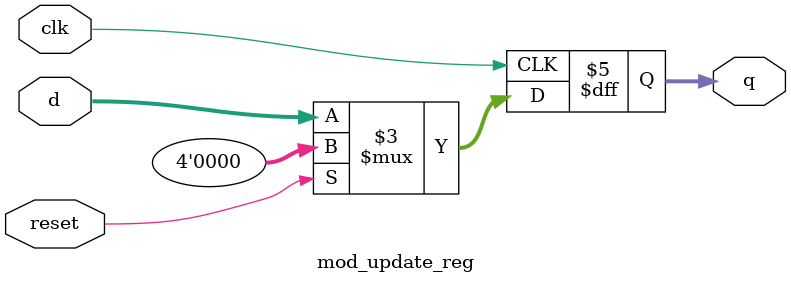
<source format=v>
`timescale 1ns / 1ps


module mod_update_reg(
output reg [3:0]q,
input [3:0]d,
input clk,
input reset
    );
always@(posedge clk)begin
if(reset)
q<=4'b0;
else
q<=d;
end
    
endmodule

</source>
